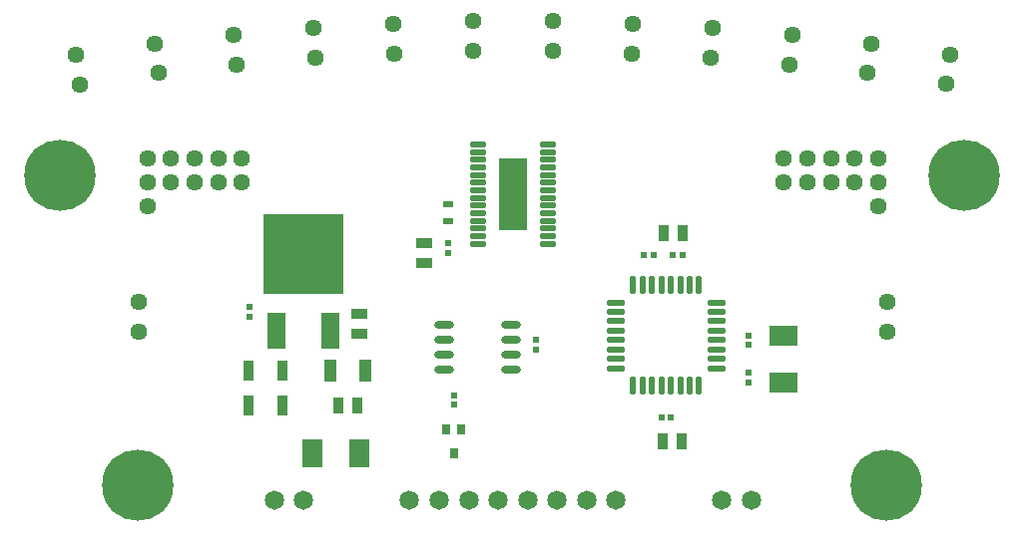
<source format=gts>
G04 Layer_Color=8388736*
%FSLAX25Y25*%
%MOIN*%
G70*
G01*
G75*
%ADD13R,0.09449X0.24291*%
%ADD42O,0.02323X0.06063*%
%ADD43O,0.06063X0.02323*%
%ADD44O,0.05669X0.01929*%
%ADD45R,0.03307X0.05276*%
%ADD46R,0.02205X0.02205*%
%ADD47R,0.02205X0.02205*%
%ADD48R,0.03504X0.06850*%
%ADD49R,0.05276X0.03307*%
%ADD50R,0.02520X0.03307*%
%ADD51R,0.04095X0.07638*%
%ADD52R,0.09606X0.07047*%
%ADD53R,0.07047X0.09606*%
%ADD54R,0.03307X0.01929*%
%ADD55O,0.06653X0.02716*%
%ADD56R,0.06457X0.11969*%
%ADD57R,0.26535X0.26535*%
%ADD58C,0.05669*%
%ADD59C,0.23779*%
%ADD60C,0.06457*%
D13*
X0Y122047D02*
D03*
D42*
X40157Y58071D02*
D03*
X43307D02*
D03*
X46457D02*
D03*
X49606D02*
D03*
X52756D02*
D03*
X55905D02*
D03*
X59055D02*
D03*
X62205D02*
D03*
Y91535D02*
D03*
X59055D02*
D03*
X55905D02*
D03*
X52756D02*
D03*
X49606D02*
D03*
X46457D02*
D03*
X43307D02*
D03*
X40157D02*
D03*
D43*
X67913Y63779D02*
D03*
Y66929D02*
D03*
Y70079D02*
D03*
Y73228D02*
D03*
Y76378D02*
D03*
Y79528D02*
D03*
Y82677D02*
D03*
Y85827D02*
D03*
X34449D02*
D03*
Y82677D02*
D03*
Y79528D02*
D03*
Y76378D02*
D03*
Y73228D02*
D03*
Y70079D02*
D03*
Y66929D02*
D03*
Y63779D02*
D03*
D44*
X11614Y105413D02*
D03*
Y107972D02*
D03*
Y110531D02*
D03*
Y113091D02*
D03*
Y115650D02*
D03*
Y118209D02*
D03*
Y120768D02*
D03*
Y123327D02*
D03*
Y125886D02*
D03*
Y128445D02*
D03*
Y131004D02*
D03*
Y133563D02*
D03*
Y136122D02*
D03*
Y138681D02*
D03*
X-11614Y105413D02*
D03*
Y107972D02*
D03*
Y110531D02*
D03*
Y113091D02*
D03*
Y115650D02*
D03*
Y118209D02*
D03*
Y120768D02*
D03*
Y123327D02*
D03*
Y125886D02*
D03*
Y128445D02*
D03*
Y131004D02*
D03*
Y133563D02*
D03*
Y136122D02*
D03*
Y138681D02*
D03*
D45*
X49902Y39370D02*
D03*
X56398D02*
D03*
X56791Y109055D02*
D03*
X50295D02*
D03*
X-51870Y51181D02*
D03*
X-58366D02*
D03*
D46*
X49567Y47244D02*
D03*
X52795D02*
D03*
X56732Y101575D02*
D03*
X53504D02*
D03*
X46890D02*
D03*
X43661D02*
D03*
D47*
X78740Y71575D02*
D03*
Y74803D02*
D03*
Y62283D02*
D03*
Y59055D02*
D03*
X7874Y73268D02*
D03*
Y70039D02*
D03*
X-19685Y54764D02*
D03*
Y51535D02*
D03*
X-87795Y84291D02*
D03*
Y81063D02*
D03*
X-21654Y102323D02*
D03*
Y105551D02*
D03*
D48*
X-77067Y51181D02*
D03*
X-88287D02*
D03*
X-77067Y62992D02*
D03*
X-88287D02*
D03*
D49*
X-51181Y81988D02*
D03*
Y75492D02*
D03*
X-29528Y99114D02*
D03*
Y105610D02*
D03*
D50*
X-17126Y43307D02*
D03*
X-22244D02*
D03*
X-19685Y35433D02*
D03*
D51*
X-49213Y62992D02*
D03*
X-61024D02*
D03*
D52*
X90551Y74783D02*
D03*
Y59075D02*
D03*
D53*
X-66909Y35433D02*
D03*
X-51201D02*
D03*
D54*
X-21654Y118602D02*
D03*
Y112894D02*
D03*
D55*
X-689Y63366D02*
D03*
Y68366D02*
D03*
Y73366D02*
D03*
Y78366D02*
D03*
X-22933Y63366D02*
D03*
Y68366D02*
D03*
Y73366D02*
D03*
Y78366D02*
D03*
D56*
X-79055Y76378D02*
D03*
X-61102D02*
D03*
D57*
X-70079Y101969D02*
D03*
D58*
X122047Y133858D02*
D03*
Y118110D02*
D03*
Y125984D02*
D03*
X-122047Y133858D02*
D03*
Y118110D02*
D03*
Y125984D02*
D03*
X114173D02*
D03*
Y133858D02*
D03*
X106299D02*
D03*
Y125984D02*
D03*
X98425D02*
D03*
Y133858D02*
D03*
X90551D02*
D03*
Y125984D02*
D03*
X-90551D02*
D03*
Y133858D02*
D03*
X-98425D02*
D03*
Y125984D02*
D03*
X-106299D02*
D03*
Y133858D02*
D03*
X-114173D02*
D03*
Y125984D02*
D03*
X65987Y167660D02*
D03*
X66662Y177638D02*
D03*
X92289Y165456D02*
D03*
X93237Y175411D02*
D03*
X118520Y162518D02*
D03*
X119739Y172444D02*
D03*
X144658Y158849D02*
D03*
X146149Y168737D02*
D03*
X-124951Y76149D02*
D03*
Y86149D02*
D03*
X125049D02*
D03*
Y76149D02*
D03*
X39634Y169129D02*
D03*
X40036Y179121D02*
D03*
X13250Y169861D02*
D03*
X13379Y179860D02*
D03*
X-13144Y169861D02*
D03*
X-13288Y179860D02*
D03*
X-39528Y169129D02*
D03*
X-39946Y179121D02*
D03*
X-66572Y177637D02*
D03*
X-65881Y167661D02*
D03*
X-93147Y175410D02*
D03*
X-92184Y165457D02*
D03*
X-119649Y172443D02*
D03*
X-118414Y162519D02*
D03*
X-146039Y168739D02*
D03*
X-144572Y158847D02*
D03*
D59*
X-125241Y24817D02*
D03*
X-151243Y128401D02*
D03*
X150761D02*
D03*
X124759Y24817D02*
D03*
D60*
X-34449Y19685D02*
D03*
X-24606D02*
D03*
X34449D02*
D03*
X24606D02*
D03*
X-14764D02*
D03*
X-4921D02*
D03*
X4921D02*
D03*
X14764D02*
D03*
X-69882D02*
D03*
X-79724D02*
D03*
X79724D02*
D03*
X69882D02*
D03*
M02*

</source>
